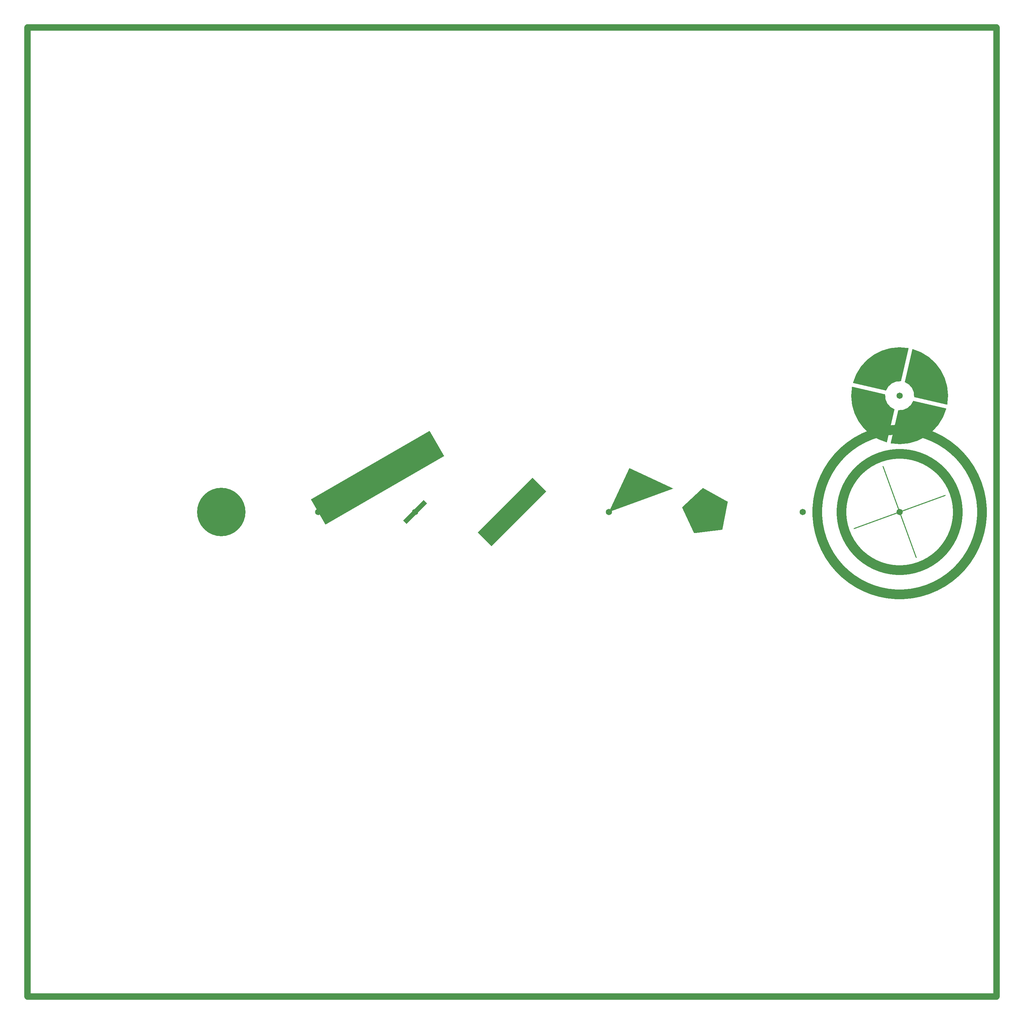
<source format=gbr>
G04 Verification of all aperture macros *
G04 Handcoded by Stefan Petersen *
%MOIN*%
%FSLAX23Y23*%
%OFA0.0000B0.0000*%
G90*
%AMCIRCLE*
1,1,0.5,0,0*
%
%AMVECTOR*
20,1,0.3,0,0,1,1,-15*
%
%AMLINE*
21,1,0.3,0.05,0,0,-135*
%
%AMLINE2*
21,1,0.2,0.8,0,0,-45*
%
%AMOUTLINE*
4,1,3,0.0,0.0,0.0,0.5,0.5,0.5,0.0,0.0,-25*
%
%AMPOLYGON*
5,1,5,0,0,0.5,25*
%
%AMMOIRE*
6,0,0 ,1.8 ,0.1,0.15,2,0.01,1,20*
%
%AMTHERMAL*
7,0,0,1.0,0.3,0.04,-13*
%
%ADD10C,0.0650*%
%ADD11CIRCLE*%
%ADD12VECTOR*%
%ADD13LINE*%
%ADD14LINE2*%
%ADD15OUTLINE*%
%ADD16POLYGON*%
%ADD18MOIRE*%
%ADD19THERMAL*%
G04 Outline*
X0Y0D02*
G54D10*
X0Y0D01*
X10000D01*
Y10000D01*
X0D01*
Y0D01*
G04 Dots *
X2000Y5000D03*
X3000D03*
X4000D03*
X5000D03*
X6000D03*
X7000D03*
X8000D03*
X9000D03*
Y6200X9000D03*
G04 Draw circle*
G54D11*
X2000Y5000D03*
G04 Draw line vector *
G54D12*
X3000D03*
G04 Draw line center *
G54D13*
X4000D03*
G04 Draw line lower left *
G54D14*
X5000D03*
G04 Draw outline *
G54D15*
X6000D03*
G04 Draw polygon 1 *
G54D16*
X7000D03*
G04 Draw Moire *
G54D18*
X9000D03*
G04 Draw Thermal *
G54D19*
Y6200X9000D03*
M02*

</source>
